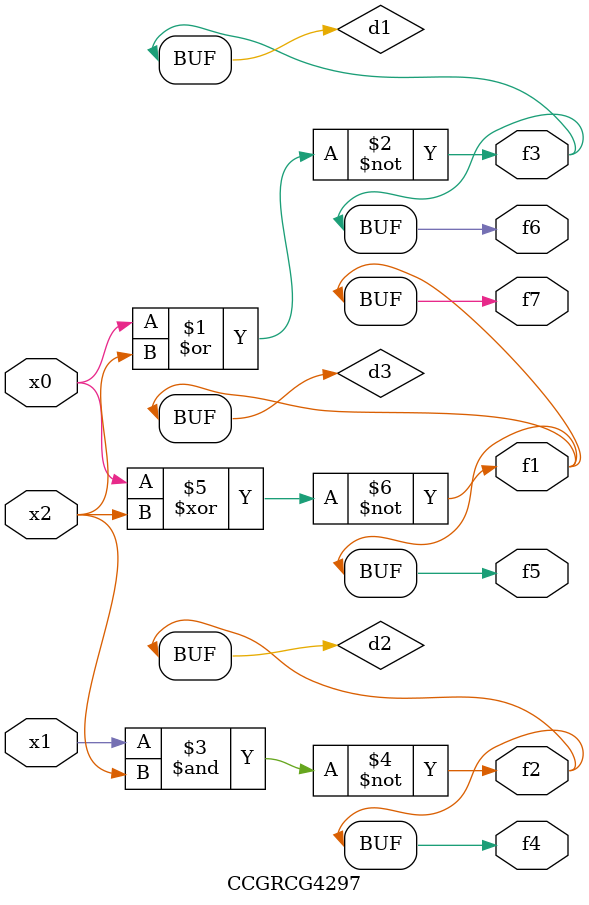
<source format=v>
module CCGRCG4297(
	input x0, x1, x2,
	output f1, f2, f3, f4, f5, f6, f7
);

	wire d1, d2, d3;

	nor (d1, x0, x2);
	nand (d2, x1, x2);
	xnor (d3, x0, x2);
	assign f1 = d3;
	assign f2 = d2;
	assign f3 = d1;
	assign f4 = d2;
	assign f5 = d3;
	assign f6 = d1;
	assign f7 = d3;
endmodule

</source>
